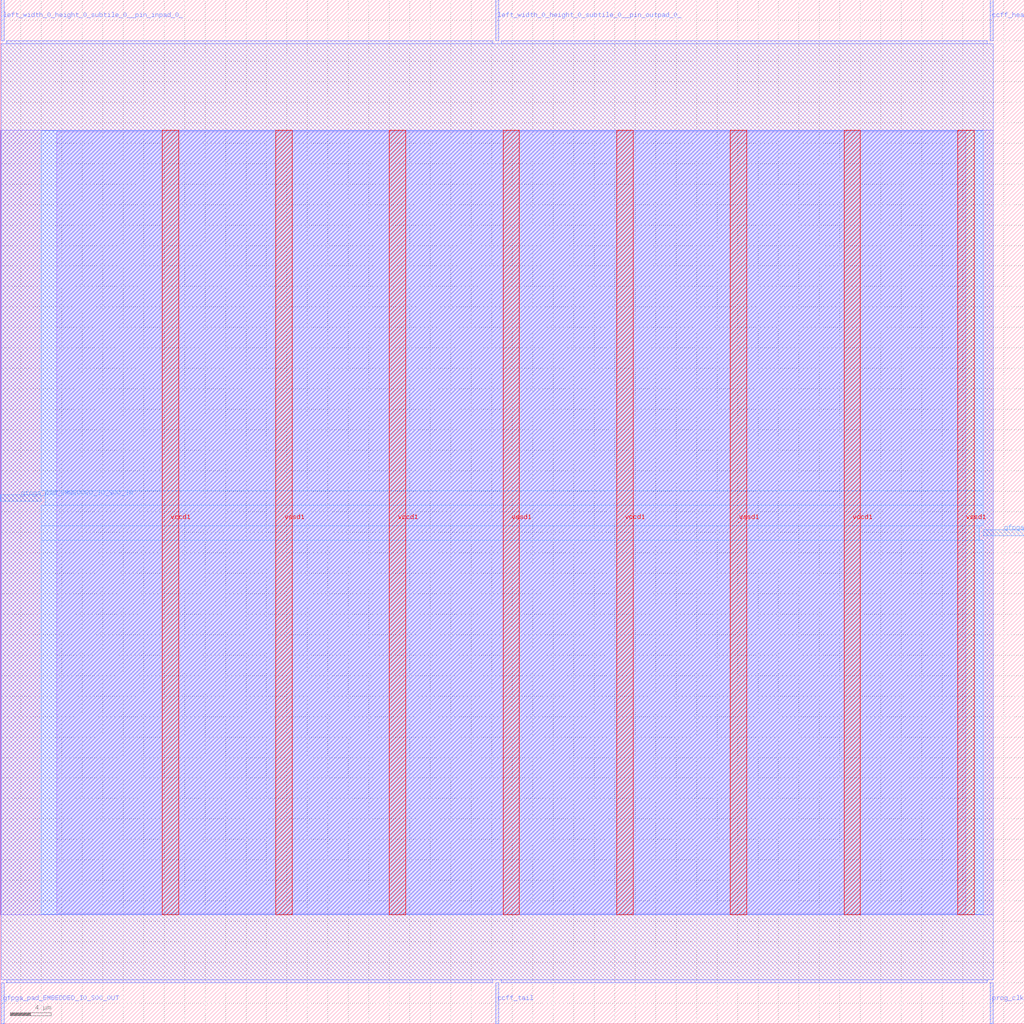
<source format=lef>
VERSION 5.7 ;
  NOWIREEXTENSIONATPIN ON ;
  DIVIDERCHAR "/" ;
  BUSBITCHARS "[]" ;
MACRO grid_io_right_right
  CLASS BLOCK ;
  FOREIGN grid_io_right_right ;
  ORIGIN 0.000 0.000 ;
  SIZE 100.000 BY 100.000 ;
  PIN ccff_head
    PORT
      LAYER met2 ;
        RECT 96.690 96.000 96.970 100.000 ;
    END
  END ccff_head
  PIN ccff_tail
    PORT
      LAYER met2 ;
        RECT 48.390 0.000 48.670 4.000 ;
    END
  END ccff_tail
  PIN gfpga_pad_EMBEDDED_IO_SOC_DIR
    PORT
      LAYER met3 ;
        RECT 96.000 47.640 100.000 48.240 ;
    END
  END gfpga_pad_EMBEDDED_IO_SOC_DIR
  PIN gfpga_pad_EMBEDDED_IO_SOC_IN
    PORT
      LAYER met3 ;
        RECT 0.000 51.040 4.000 51.640 ;
    END
  END gfpga_pad_EMBEDDED_IO_SOC_IN
  PIN gfpga_pad_EMBEDDED_IO_SOC_OUT
    PORT
      LAYER met2 ;
        RECT 0.090 0.000 0.370 4.000 ;
    END
  END gfpga_pad_EMBEDDED_IO_SOC_OUT
  PIN left_width_0_height_0_subtile_0__pin_inpad_0_
    PORT
      LAYER met2 ;
        RECT 0.090 96.000 0.370 100.000 ;
    END
  END left_width_0_height_0_subtile_0__pin_inpad_0_
  PIN left_width_0_height_0_subtile_0__pin_outpad_0_
    PORT
      LAYER met2 ;
        RECT 48.390 96.000 48.670 100.000 ;
    END
  END left_width_0_height_0_subtile_0__pin_outpad_0_
  PIN prog_clk
    PORT
      LAYER met2 ;
        RECT 96.690 0.000 96.970 4.000 ;
    END
  END prog_clk
  PIN vccd1
    PORT
      LAYER met4 ;
        RECT 82.400 10.640 84.000 87.280 ;
    END
    PORT
      LAYER met4 ;
        RECT 60.205 10.640 61.805 87.280 ;
    END
    PORT
      LAYER met4 ;
        RECT 38.010 10.640 39.610 87.280 ;
    END
    PORT
      LAYER met4 ;
        RECT 15.815 10.640 17.415 87.280 ;
    END
  END vccd1
  PIN vssd1
    PORT
      LAYER met4 ;
        RECT 93.495 10.640 95.095 87.280 ;
    END
    PORT
      LAYER met4 ;
        RECT 71.300 10.640 72.900 87.280 ;
    END
    PORT
      LAYER met4 ;
        RECT 49.105 10.640 50.705 87.280 ;
    END
    PORT
      LAYER met4 ;
        RECT 26.910 10.640 28.510 87.280 ;
    END
  END vssd1
  OBS
      LAYER li1 ;
        RECT 5.520 10.795 94.300 87.125 ;
      LAYER met1 ;
        RECT 0.070 10.640 96.990 87.280 ;
      LAYER met2 ;
        RECT 0.650 95.720 48.110 96.000 ;
        RECT 48.950 95.720 96.410 96.000 ;
        RECT 0.100 4.280 96.960 95.720 ;
        RECT 0.650 4.000 48.110 4.280 ;
        RECT 48.950 4.000 96.410 4.280 ;
      LAYER met3 ;
        RECT 4.000 52.040 96.000 87.205 ;
        RECT 4.400 50.640 96.000 52.040 ;
        RECT 4.000 48.640 96.000 50.640 ;
        RECT 4.000 47.240 95.600 48.640 ;
        RECT 4.000 10.715 96.000 47.240 ;
  END
END grid_io_right_right
END LIBRARY


</source>
